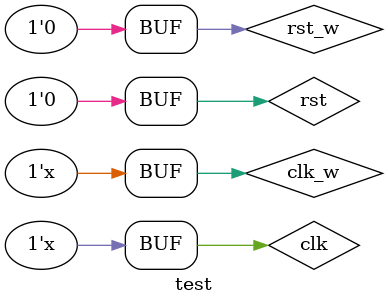
<source format=v>
`timescale 1ns / 1ps


module test(

    );

parameter [31:0] data_in = 32'b01010101010101011010101010101010;

reg [31:0] data;
reg clk, rst, in;  
wire clk_w, rst_w, in_w, out_w;
assign clk_w = clk;
assign rst_w = rst;
assign in_w = in;

top u_top(
    .clk(clk_w),
    .rst(rst_w),
    .in(in_w),
    .out(out_w)
);

initial begin
    rst <= 1;
    clk <= 0;
    in <= 0;
    data <= data_in;
    #10
    rst <= 0;
end

always #10 clk = ~clk;

always @(posedge clk) begin
    data <= {data[30:0], data[31]};
    in <= data[31];
end

endmodule

</source>
